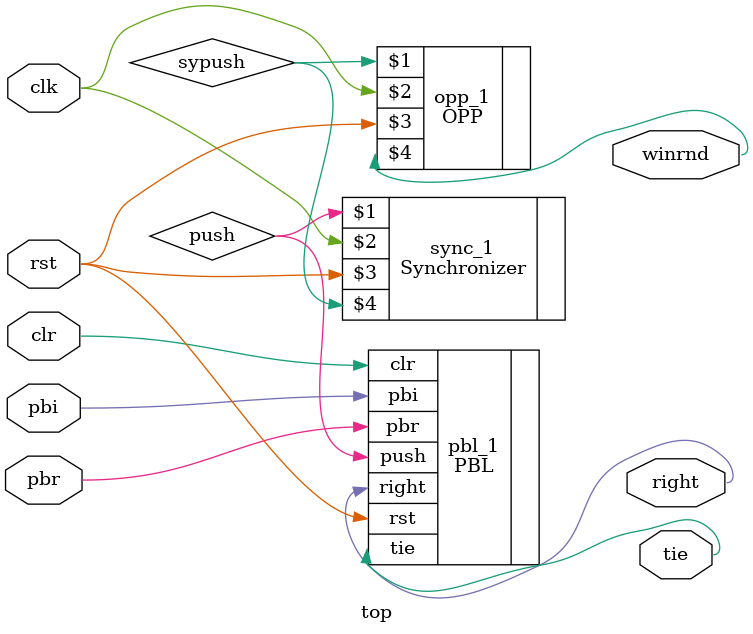
<source format=v>
`timescale 1ns / 1ps
module top(
    input pbi,
    input pbr,
    input rst,
    input clk,
    input clr,
    output winrnd, 
	 output tie,
	 output right
    );
	 
	 
	PBL pbl_1(.pbi(pbi),.pbr(pbr),.rst(rst),.clr(clr),.push(push),.tie(tie),.right(right));
	Synchronizer sync_1(push,clk,rst,sypush);
	OPP opp_1(sypush,clk,rst,winrnd);
	 
	//if(right&winrnd)
	

endmodule

</source>
